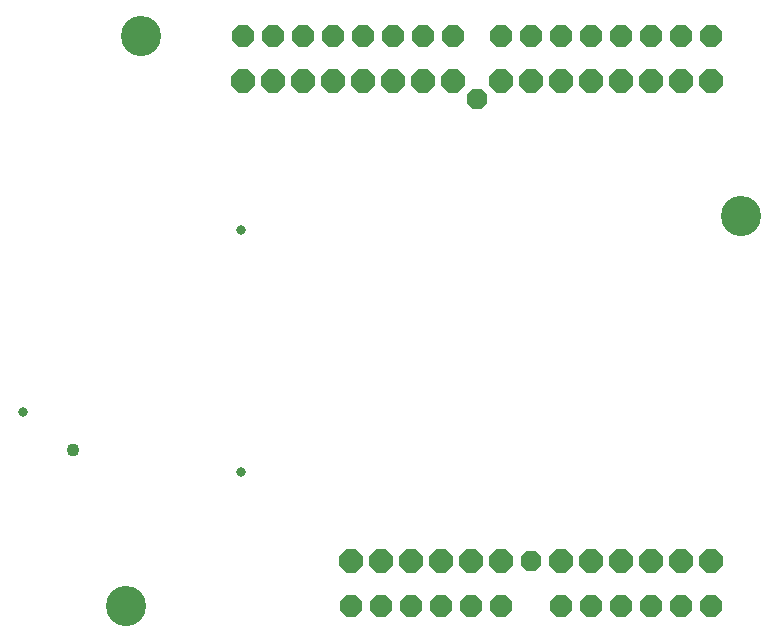
<source format=gbr>
G04 EAGLE Gerber RS-274X export*
G75*
%MOMM*%
%FSLAX34Y34*%
%LPD*%
%INSoldermask Bottom*%
%IPPOS*%
%AMOC8*
5,1,8,0,0,1.08239X$1,22.5*%
G01*
%ADD10C,0.803200*%
%ADD11P,2.034460X8X22.500000*%
%ADD12C,3.403200*%
%ADD13P,1.869504X8X22.500000*%
%ADD14P,2.144431X8X112.500000*%
%ADD15P,2.144431X8X292.500000*%
%ADD16C,1.103200*%


D10*
X237400Y343200D03*
X237400Y138700D03*
D11*
X533400Y508000D03*
X508000Y25400D03*
X558800Y508000D03*
X584200Y508000D03*
X609600Y508000D03*
X635000Y508000D03*
X508000Y508000D03*
X482600Y508000D03*
X457200Y508000D03*
X416560Y508000D03*
X391160Y508000D03*
X365760Y508000D03*
X340360Y508000D03*
X314960Y508000D03*
X289560Y508000D03*
X264160Y508000D03*
X238760Y508000D03*
X533400Y25400D03*
X558800Y25400D03*
X584200Y25400D03*
X609600Y25400D03*
X635000Y25400D03*
X457200Y25400D03*
X431800Y25400D03*
X406400Y25400D03*
X381000Y25400D03*
X355600Y25400D03*
X330200Y25400D03*
D12*
X152400Y508000D03*
X660400Y355600D03*
X139700Y25400D03*
D13*
X436880Y454660D03*
X482600Y63500D03*
D14*
X457200Y469900D03*
X482600Y469900D03*
X508000Y469900D03*
X533400Y469900D03*
X558800Y469900D03*
X584200Y469900D03*
X609600Y469900D03*
X635000Y469900D03*
X238760Y469900D03*
X264160Y469900D03*
X289560Y469900D03*
X314960Y469900D03*
X340360Y469900D03*
X365760Y469900D03*
X391160Y469900D03*
X416560Y469900D03*
D15*
X635000Y63500D03*
X609600Y63500D03*
X584200Y63500D03*
X558800Y63500D03*
X533400Y63500D03*
X508000Y63500D03*
X457200Y63500D03*
X431800Y63500D03*
X406400Y63500D03*
X381000Y63500D03*
X355600Y63500D03*
X330200Y63500D03*
D10*
X53010Y189150D03*
D16*
X95010Y157150D03*
M02*

</source>
